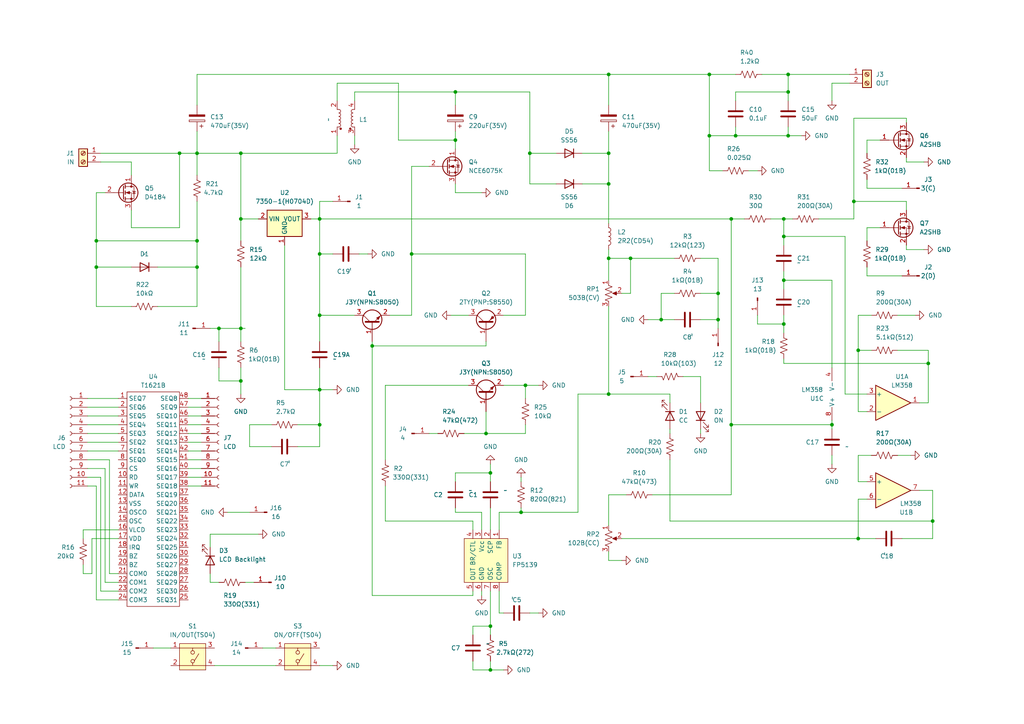
<source format=kicad_sch>
(kicad_sch (version 20230121) (generator eeschema)
  (paper "A4")
  (title_block (title "HW-140"))
  (lib_symbols
    (symbol "Amplifier_Operational:LM358" (pin_names (offset 0.127))
      (property "Reference" "U" (at 0 5.08 0))
      (property "Value" "LM358" (at 0 -5.08 0))
      (symbol "LM358_1_1"
        (pin output line (at 7.62 0 180) (length 2.54) (name "~") (number "1"))
        (pin input line (at -7.62 -2.54 0) (length 2.54) (name "-") (number "2"))
        (pin input line (at -7.62 2.54 0) (length 2.54) (name "+") (number "3"))
      )
      (symbol "LM358_2_1"
        (pin input line (at -7.62 2.54 0) (length 2.54) (name "+") (number "5"))
        (pin input line (at -7.62 -2.54 0) (length 2.54) (name "-") (number "6"))
        (pin output line (at 7.62 0 180) (length 2.54) (name "~") (number "7"))
      )
      (symbol "LM358_3_1"
        (pin power_in line (at -2.54 -7.62 90) (length 3.81) (name "V-") (number "4"))
        (pin power_in line (at -2.54 7.62 270) (length 3.81) (name "V+") (number "8"))
      )
    )
    (symbol "Connector:Conn_01x01_Pin" (pin_names (offset 1.016) hide)
      (property "Reference" "J" (at 0 2.54 0))
      (property "Value" "Conn_01x01_Pin" (at 0 -2.54 0))
      (symbol "Conn_01x01_Pin_1_1"
        (pin passive line (at 5.08 0 180) (length 3.81) (name "Pin_1") (number "1"))
      )
    )
    (symbol "Connector:Conn_01x11_Socket" (pin_names (offset 1.016) hide)
      (property "Reference" "J" (at 0 15.24 0))
      (property "Value" "Conn_01x11_Socket" (at 0 -15.24 0))
      (symbol "Conn_01x11_Socket_1_1"
        (pin passive line (at -5.08 12.7 0) (length 3.81) (name "Pin_1") (number "1"))
        (pin passive line (at -5.08 -10.16 0) (length 3.81) (name "Pin_10") (number "10"))
        (pin passive line (at -5.08 -12.7 0) (length 3.81) (name "Pin_11") (number "11"))
        (pin passive line (at -5.08 10.16 0) (length 3.81) (name "Pin_2") (number "2"))
        (pin passive line (at -5.08 7.62 0) (length 3.81) (name "Pin_3") (number "3"))
        (pin passive line (at -5.08 5.08 0) (length 3.81) (name "Pin_4") (number "4"))
        (pin passive line (at -5.08 2.54 0) (length 3.81) (name "Pin_5") (number "5"))
        (pin passive line (at -5.08 0 0) (length 3.81) (name "Pin_6") (number "6"))
        (pin passive line (at -5.08 -2.54 0) (length 3.81) (name "Pin_7") (number "7"))
        (pin passive line (at -5.08 -5.08 0) (length 3.81) (name "Pin_8") (number "8"))
        (pin passive line (at -5.08 -7.62 0) (length 3.81) (name "Pin_9") (number "9"))
      )
    )
    (symbol "Connector:Screw_Terminal_01x02" (pin_names (offset 1.016) hide)
      (property "Reference" "J" (at 0 2.54 0))
      (property "Value" "Screw_Terminal_01x02" (at 0 -5.08 0))
      (symbol "Screw_Terminal_01x02_1_1"
        (pin passive line (at -5.08 0 0) (length 3.81) (name "Pin_1") (number "1"))
        (pin passive line (at -5.08 -2.54 0) (length 3.81) (name "Pin_2") (number "2"))
      )
    )
    (symbol "Device:C" (pin_numbers hide) (pin_names (offset 0.254))
      (property "Reference" "C" (at 0.635 2.54 0))
      (property "Value" "C" (at 0.635 -2.54 0))
      (symbol "C_1_1"
        (pin passive line (at 0 3.81 270) (length 2.794) (name "~") (number "1"))
        (pin passive line (at 0 -3.81 90) (length 2.794) (name "~") (number "2"))
      )
    )
    (symbol "Device:C_Polarized" (pin_numbers hide) (pin_names (offset 0.254))
      (property "Reference" "C" (at 0.635 2.54 0))
      (property "Value" "C_Polarized" (at 0.635 -2.54 0))
      (symbol "C_Polarized_1_1"
        (pin passive line (at 0 3.81 270) (length 2.794) (name "~") (number "1"))
        (pin passive line (at 0 -3.81 90) (length 2.794) (name "~") (number "2"))
      )
    )
    (symbol "Device:D" (pin_numbers hide) (pin_names (offset 1.016) hide)
      (property "Reference" "D" (at 0 2.54 0))
      (property "Value" "D" (at 0 -2.54 0))
      (symbol "D_1_1"
        (pin passive line (at -3.81 0 0) (length 2.54) (name "K") (number "1"))
        (pin passive line (at 3.81 0 180) (length 2.54) (name "A") (number "2"))
      )
    )
    (symbol "Device:L" (pin_numbers hide) (pin_names (offset 1.016) hide)
      (property "Reference" "L" (at -1.27 0 90))
      (property "Value" "L" (at 1.905 0 90))
      (symbol "L_1_1"
        (pin passive line (at 0 3.81 270) (length 1.27) (name "1") (number "1"))
        (pin passive line (at 0 -3.81 90) (length 1.27) (name "2") (number "2"))
      )
    )
    (symbol "Device:LED" (pin_numbers hide) (pin_names (offset 1.016) hide)
      (property "Reference" "D" (at 0 2.54 0))
      (property "Value" "LED" (at 0 -2.54 0))
      (symbol "LED_1_1"
        (pin passive line (at -3.81 0 0) (length 2.54) (name "K") (number "1"))
        (pin passive line (at 3.81 0 180) (length 2.54) (name "A") (number "2"))
      )
    )
    (symbol "Device:L_Coupled" (pin_names (offset 0.254) hide)
      (property "Reference" "L" (at 0 4.445 0))
      (property "Value" "L_Coupled" (at 0 -4.445 0))
      (symbol "L_Coupled_1_1"
        (pin passive line (at -5.08 2.54 0) (length 2.54) (name "1") (number "1"))
        (pin passive line (at 5.08 2.54 180) (length 2.54) (name "2") (number "2"))
        (pin passive line (at -5.08 -2.54 0) (length 2.54) (name "3") (number "3"))
        (pin passive line (at 5.08 -2.54 180) (length 2.54) (name "4") (number "4"))
      )
    )
    (symbol "Device:Q_NMOS_DGS" (pin_names (offset 0) hide)
      (property "Reference" "Q" (at 5.08 1.27 0))
      (property "Value" "Q_NMOS_DGS" (at 5.08 -1.27 0))
      (symbol "Q_NMOS_DGS_1_1"
        (pin passive line (at 2.54 5.08 270) (length 2.54) (name "D") (number "1"))
        (pin input line (at -5.08 0 0) (length 2.54) (name "G") (number "2"))
        (pin passive line (at 2.54 -5.08 90) (length 2.54) (name "S") (number "3"))
      )
    )
    (symbol "Device:Q_NMOS_GSD" (pin_names (offset 0) hide)
      (property "Reference" "Q" (at 5.08 1.27 0))
      (property "Value" "Q_NMOS_GSD" (at 5.08 -1.27 0))
      (symbol "Q_NMOS_GSD_1_1"
        (pin input line (at -5.08 0 0) (length 2.54) (name "G") (number "1"))
        (pin passive line (at 2.54 -5.08 90) (length 2.54) (name "S") (number "2"))
        (pin passive line (at 2.54 5.08 270) (length 2.54) (name "D") (number "3"))
      )
    )
    (symbol "Device:Q_NPN_BEC" (pin_names (offset 0) hide)
      (property "Reference" "Q" (at 5.08 1.27 0))
      (property "Value" "Q_NPN_BEC" (at 5.08 -1.27 0))
      (symbol "Q_NPN_BEC_1_1"
        (pin input line (at -5.08 0 0) (length 5.715) (name "B") (number "1"))
        (pin passive line (at 2.54 -5.08 90) (length 2.54) (name "E") (number "2"))
        (pin passive line (at 2.54 5.08 270) (length 2.54) (name "C") (number "3"))
      )
    )
    (symbol "Device:Q_PNP_BEC" (pin_names (offset 0) hide)
      (property "Reference" "Q" (at 5.08 1.27 0))
      (property "Value" "Q_PNP_BEC" (at 5.08 -1.27 0))
      (symbol "Q_PNP_BEC_1_1"
        (pin input line (at -5.08 0 0) (length 5.715) (name "B") (number "1"))
        (pin passive line (at 2.54 -5.08 90) (length 2.54) (name "E") (number "2"))
        (pin passive line (at 2.54 5.08 270) (length 2.54) (name "C") (number "3"))
      )
    )
    (symbol "Device:R_Potentiometer_US" (pin_names (offset 1.016) hide)
      (property "Reference" "RV" (at -4.445 0 90))
      (property "Value" "R_Potentiometer_US" (at -2.54 0 90))
      (symbol "R_Potentiometer_US_1_1"
        (pin passive line (at 0 3.81 270) (length 1.27) (name "1") (number "1"))
        (pin passive line (at 3.81 0 180) (length 1.27) (name "2") (number "2"))
        (pin passive line (at 0 -3.81 90) (length 1.27) (name "3") (number "3"))
      )
    )
    (symbol "Device:R_US" (pin_numbers hide) (pin_names (offset 0))
      (property "Reference" "R" (at 2.54 0 90))
      (property "Value" "R_US" (at -2.54 0 90))
      (symbol "R_US_1_1"
        (pin passive line (at 0 3.81 270) (length 1.27) (name "~") (number "1"))
        (pin passive line (at 0 -3.81 90) (length 1.27) (name "~") (number "2"))
      )
    )
    (symbol "Local:FP5139"
      (property "Reference" "U" (at 0 10.16 0))
      (property "Value" "FP5139" (at 0 7.62 0))
      (symbol "FP5139_1_1"
        (pin input line (at -8.89 3.81 0) (length 2.54) (name "FB") (number "1"))
        (pin input line (at -8.89 1.27 0) (length 2.54) (name "SCP") (number "2"))
        (pin passive line (at -8.89 -1.27 0) (length 2.54) (name "Vcc") (number "3"))
        (pin input line (at -8.89 -3.81 0) (length 2.54) (name "BR/CTL") (number "4"))
        (pin output line (at 8.89 -3.81 180) (length 2.54) (name "OUT") (number "5"))
        (pin passive line (at 8.89 -1.27 180) (length 2.54) (name "GND") (number "6"))
        (pin input line (at 8.89 1.27 180) (length 2.54) (name "OSC") (number "7"))
        (pin output line (at 8.89 3.81 180) (length 2.54) (name "COMP") (number "8"))
      )
    )
    (symbol "Local:T1621B"
      (property "Reference" "U" (at 0 36.83 0))
      (property "Value" "T1621B" (at 0 34.29 0))
      (symbol "T1621B_1_1"
        (pin output line (at -10.16 30.48 0) (length 2.54) (name "SEQ7") (number "1"))
        (pin input line (at -10.16 7.62 0) (length 2.54) (name "RD") (number "10"))
        (pin input line (at -10.16 5.08 0) (length 2.54) (name "WR") (number "11"))
        (pin bidirectional line (at -10.16 2.54 0) (length 2.54) (name "DATA") (number "12"))
        (pin input line (at -10.16 0 0) (length 2.54) (name "VSS") (number "13"))
        (pin output line (at -10.16 -2.54 0) (length 2.54) (name "OSCO") (number "14"))
        (pin input line (at -10.16 -5.08 0) (length 2.54) (name "OSC") (number "15"))
        (pin input line (at -10.16 -7.62 0) (length 2.54) (name "VLCD") (number "16"))
        (pin input line (at -10.16 -10.16 0) (length 2.54) (name "VDD") (number "17"))
        (pin output line (at -10.16 -12.7 0) (length 2.54) (name "IRQ") (number "18"))
        (pin output line (at -10.16 -15.24 0) (length 2.54) (name "BZ") (number "19"))
        (pin output line (at -10.16 27.94 0) (length 2.54) (name "SEQ6") (number "2"))
        (pin output line (at -10.16 -17.78 0) (length 2.54) (name "BZ") (number "20"))
        (pin output line (at -10.16 -20.32 0) (length 2.54) (name "COM0") (number "21"))
        (pin output line (at -10.16 -22.86 0) (length 2.54) (name "COM1") (number "22"))
        (pin output line (at -10.16 -25.4 0) (length 2.54) (name "COM2") (number "23"))
        (pin output line (at -10.16 -27.94 0) (length 2.54) (name "COM3") (number "24"))
        (pin output line (at 10.16 -27.94 180) (length 2.54) (name "SEQ31") (number "25"))
        (pin output line (at 10.16 -25.4 180) (length 2.54) (name "SEQ30") (number "26"))
        (pin output line (at 10.16 -22.86 180) (length 2.54) (name "SEQ29") (number "27"))
        (pin output line (at 10.16 -20.32 180) (length 2.54) (name "SEQ28") (number "28"))
        (pin output line (at 10.16 -17.78 180) (length 2.54) (name "SEQ27") (number "29"))
        (pin output line (at -10.16 25.4 0) (length 2.54) (name "SEQ5") (number "3"))
        (pin output line (at 10.16 -15.24 180) (length 2.54) (name "SEQ26") (number "30"))
        (pin output line (at 10.16 -12.7 180) (length 2.54) (name "SEQ25") (number "31"))
        (pin output line (at 10.16 -10.16 180) (length 2.54) (name "SEQ24") (number "32"))
        (pin output line (at 10.16 -7.62 180) (length 2.54) (name "SEQ23") (number "33"))
        (pin output line (at 10.16 -5.08 180) (length 2.54) (name "SEQ22") (number "34"))
        (pin output line (at 10.16 -2.54 180) (length 2.54) (name "SEQ21") (number "35"))
        (pin output line (at 10.16 0 180) (length 2.54) (name "SEQ20") (number "36"))
        (pin output line (at 10.16 2.54 180) (length 2.54) (name "SEQ19") (number "37"))
        (pin output line (at 10.16 5.08 180) (length 2.54) (name "SEQ18") (number "38"))
        (pin output line (at 10.16 7.62 180) (length 2.54) (name "SEQ17") (number "39"))
        (pin output line (at -10.16 22.86 0) (length 2.54) (name "SEQ4") (number "4"))
        (pin output line (at 10.16 10.16 180) (length 2.54) (name "SEQ16") (number "40"))
        (pin output line (at 10.16 12.7 180) (length 2.54) (name "SEQ15") (number "41"))
        (pin output line (at 10.16 15.24 180) (length 2.54) (name "SEQ14") (number "42"))
        (pin output line (at 10.16 17.78 180) (length 2.54) (name "SEQ13") (number "43"))
        (pin output line (at 10.16 20.32 180) (length 2.54) (name "SEQ12") (number "44"))
        (pin output line (at 10.16 22.86 180) (length 2.54) (name "SEQ11") (number "45"))
        (pin output line (at 10.16 25.4 180) (length 2.54) (name "SEQ10") (number "46"))
        (pin output line (at 10.16 27.94 180) (length 2.54) (name "SEQ9") (number "47"))
        (pin output line (at 10.16 30.48 180) (length 2.54) (name "SEQ8") (number "48"))
        (pin output line (at -10.16 20.32 0) (length 2.54) (name "SEQ3") (number "5"))
        (pin output line (at -10.16 17.78 0) (length 2.54) (name "SEQ2") (number "6"))
        (pin output line (at -10.16 15.24 0) (length 2.54) (name "SEQ1") (number "7"))
        (pin output line (at -10.16 12.7 0) (length 2.54) (name "SEQ0") (number "8"))
        (pin input line (at -10.16 10.16 0) (length 2.54) (name "CS") (number "9"))
      )
    )
    (symbol "Local:TS04"
      (property "Reference" "S" (at 0 5.08 0))
      (property "Value" "TS04" (at 0 2.54 0))
      (symbol "TS04_0_0"
        (text "" (at 0 3.81 0) (effects (font (size 1.27 1.27))))
      )
      (symbol "TS04_1_1"
        (pin passive line (at -6.35 0 0) (length 2.54) (name "") (number "1"))
        (pin passive line (at -6.35 -5.08 0) (length 2.54) (name "") (number "2"))
        (pin passive line (at 6.35 0 180) (length 2.54) (name "") (number "3"))
        (pin passive line (at 6.35 -5.08 180) (length 2.54) (name "") (number "4"))
      )
    )
    (symbol "Regulator_Linear:HT75xx-1-SOT89"
      (property "Reference" "U" (at -5.08 -3.81 0))
      (property "Value" "HT75xx-1-SOT89" (at 0 6.35 0))
      (symbol "HT75xx-1-SOT89_1_1"
        (pin power_in line (at 0 -5.08 90) (length 2.54) (name "GND") (number "1"))
        (pin power_in line (at -7.62 2.54 0) (length 2.54) (name "VIN") (number "2"))
        (pin power_out line (at 7.62 2.54 180) (length 2.54) (name "VOUT") (number "3"))
      )
    )
    (symbol "power:GND" (power) (pin_names (offset 0))
      (property "Value" "GND" (at 0 -3.81 0))
      (symbol "GND_1_1"
        (pin power_in line (at 0 0 270) (length 0) hide (name "GND") (number "1"))
      )
    )
  )
  (junction (at 57.15 69.85))
  (junction (at 227.33 68.58))
  (junction (at 191.77 92.71))
  (junction (at 176.53 21.59))
  (junction (at 63.5 95.25))
  (junction (at 119.38 73.66))
  (junction (at 176.53 53.34))
  (junction (at 205.74 39.37))
  (junction (at 213.36 39.37))
  (junction (at 69.85 63.5))
  (junction (at 92.71 113.03))
  (junction (at 132.08 40.64))
  (junction (at 208.28 85.09))
  (junction (at 57.15 44.45))
  (junction (at 227.33 63.5))
  (junction (at 248.92 156.21))
  (junction (at 92.71 123.19))
  (junction (at 142.24 194.31))
  (junction (at 69.85 110.49))
  (junction (at 182.88 74.93))
  (junction (at 57.15 77.47))
  (junction (at 228.6 21.59))
  (junction (at 142.24 181.61))
  (junction (at 69.85 44.45))
  (junction (at 248.92 101.6))
  (junction (at 107.95 100.33))
  (junction (at 270.51 151.13))
  (junction (at 212.09 63.5))
  (junction (at 92.71 91.44))
  (junction (at 27.94 77.47))
  (junction (at 208.28 92.71))
  (junction (at 92.71 63.5))
  (junction (at 247.65 58.42))
  (junction (at 205.74 21.59))
  (junction (at 227.33 81.28))
  (junction (at 152.4 111.76))
  (junction (at 228.6 39.37))
  (junction (at 151.13 148.59))
  (junction (at 142.24 137.16))
  (junction (at 241.3 123.19))
  (junction (at 69.85 95.25))
  (junction (at 176.53 44.45))
  (junction (at 132.08 26.67))
  (junction (at 228.6 26.67))
  (junction (at 227.33 93.98))
  (junction (at 140.97 125.73))
  (junction (at 52.07 44.45))
  (junction (at 212.09 123.19))
  (junction (at 176.53 114.3))
  (junction (at 176.53 74.93))
  (junction (at 153.67 44.45))
  (junction (at 269.24 105.41))
  (junction (at 27.94 69.85))
  (junction (at 92.71 73.66))
  (wire (pts (xy 31.75 133.35) (xy 31.75 166.37)))
  (wire (pts (xy 115.57 40.64) (xy 132.08 40.64)))
  (wire (pts (xy 57.15 69.85) (xy 57.15 58.42)))
  (wire (pts (xy 142.24 191.77) (xy 142.24 194.31)))
  (wire (pts (xy 27.94 69.85) (xy 27.94 77.47)))
  (wire (pts (xy 137.16 172.72) (xy 137.16 171.45)))
  (wire (pts (xy 132.08 26.67) (xy 132.08 30.48)))
  (wire (pts (xy 176.53 162.56) (xy 180.34 162.56)))
  (wire (pts (xy 71.12 95.25) (xy 69.85 95.25)))
  (wire (pts (xy 38.1 66.04) (xy 52.07 66.04)))
  (wire (pts (xy 63.5 99.06) (xy 63.5 95.25)))
  (wire (pts (xy 246.38 24.13) (xy 241.3 24.13)))
  (wire (pts (xy 251.46 77.47) (xy 251.46 80.01)))
  (wire (pts (xy 182.88 74.93) (xy 176.53 74.93)))
  (wire (pts (xy 176.53 38.1) (xy 176.53 44.45)))
  (wire (pts (xy 176.53 114.3) (xy 176.53 88.9)))
  (wire (pts (xy 205.74 21.59) (xy 213.36 21.59)))
  (wire (pts (xy 97.79 24.13) (xy 115.57 24.13)))
  (wire (pts (xy 209.55 49.53) (xy 205.74 49.53)))
  (wire (pts (xy 203.2 125.73) (xy 203.2 124.46)))
  (wire (pts (xy 69.85 63.5) (xy 69.85 44.45)))
  (wire (pts (xy 260.35 132.08) (xy 264.16 132.08)))
  (wire (pts (xy 262.89 72.39) (xy 262.89 71.12)))
  (wire (pts (xy 142.24 137.16) (xy 132.08 137.16)))
  (wire (pts (xy 92.71 58.42) (xy 92.71 63.5)))
  (wire (pts (xy 27.94 77.47) (xy 38.1 77.47)))
  (wire (pts (xy 54.61 123.19) (xy 58.42 123.19)))
  (wire (pts (xy 76.2 187.96) (xy 80.01 187.96)))
  (wire (pts (xy 205.74 39.37) (xy 205.74 21.59)))
  (wire (pts (xy 266.7 116.84) (xy 269.24 116.84)))
  (wire (pts (xy 142.24 139.7) (xy 142.24 137.16)))
  (wire (pts (xy 194.31 151.13) (xy 270.51 151.13)))
  (wire (pts (xy 57.15 69.85) (xy 57.15 77.47)))
  (wire (pts (xy 262.89 34.29) (xy 262.89 35.56)))
  (wire (pts (xy 30.48 135.89) (xy 30.48 168.91)))
  (wire (pts (xy 107.95 172.72) (xy 137.16 172.72)))
  (wire (pts (xy 269.24 101.6) (xy 260.35 101.6)))
  (wire (pts (xy 176.53 143.51) (xy 181.61 143.51)))
  (wire (pts (xy 251.46 66.04) (xy 251.46 69.85)))
  (wire (pts (xy 176.53 72.39) (xy 176.53 74.93)))
  (wire (pts (xy 247.65 34.29) (xy 262.89 34.29)))
  (wire (pts (xy 227.33 63.5) (xy 229.87 63.5)))
  (wire (pts (xy 86.36 123.19) (xy 92.71 123.19)))
  (wire (pts (xy 251.46 119.38) (xy 248.92 119.38)))
  (wire (pts (xy 248.92 139.7) (xy 248.92 132.08)))
  (wire (pts (xy 251.46 52.07) (xy 251.46 54.61)))
  (wire (pts (xy 251.46 54.61) (xy 261.62 54.61)))
  (wire (pts (xy 25.4 140.97) (xy 27.94 140.97)))
  (wire (pts (xy 140.97 119.38) (xy 140.97 125.73)))
  (wire (pts (xy 119.38 73.66) (xy 152.4 73.66)))
  (wire (pts (xy 168.91 53.34) (xy 176.53 53.34)))
  (wire (pts (xy 52.07 66.04) (xy 52.07 44.45)))
  (wire (pts (xy 189.23 143.51) (xy 212.09 143.51)))
  (wire (pts (xy 137.16 191.77) (xy 137.16 194.31)))
  (wire (pts (xy 97.79 39.37) (xy 97.79 44.45)))
  (wire (pts (xy 30.48 55.88) (xy 27.94 55.88)))
  (wire (pts (xy 151.13 148.59) (xy 167.64 148.59)))
  (wire (pts (xy 241.3 123.19) (xy 241.3 124.46)))
  (wire (pts (xy 54.61 128.27) (xy 58.42 128.27)))
  (wire (pts (xy 270.51 142.24) (xy 270.51 151.13)))
  (wire (pts (xy 102.87 29.21) (xy 102.87 26.67)))
  (wire (pts (xy 142.24 171.45) (xy 142.24 181.61)))
  (wire (pts (xy 241.3 24.13) (xy 241.3 29.21)))
  (wire (pts (xy 228.6 21.59) (xy 228.6 26.67)))
  (wire (pts (xy 227.33 63.5) (xy 227.33 68.58)))
  (wire (pts (xy 269.24 105.41) (xy 269.24 116.84)))
  (wire (pts (xy 241.3 132.08) (xy 241.3 134.62)))
  (wire (pts (xy 29.21 44.45) (xy 52.07 44.45)))
  (wire (pts (xy 92.71 123.19) (xy 92.71 113.03)))
  (wire (pts (xy 176.53 152.4) (xy 176.53 143.51)))
  (wire (pts (xy 57.15 21.59) (xy 176.53 21.59)))
  (wire (pts (xy 78.74 123.19) (xy 72.39 123.19)))
  (wire (pts (xy 25.4 118.11) (xy 34.29 118.11)))
  (wire (pts (xy 107.95 100.33) (xy 107.95 172.72)))
  (wire (pts (xy 212.09 63.5) (xy 212.09 123.19)))
  (wire (pts (xy 31.75 166.37) (xy 34.29 166.37)))
  (wire (pts (xy 63.5 95.25) (xy 69.85 95.25)))
  (wire (pts (xy 248.92 132.08) (xy 252.73 132.08)))
  (wire (pts (xy 227.33 105.41) (xy 269.24 105.41)))
  (wire (pts (xy 54.61 120.65) (xy 58.42 120.65)))
  (wire (pts (xy 241.3 121.92) (xy 241.3 123.19)))
  (wire (pts (xy 241.3 81.28) (xy 241.3 106.68)))
  (wire (pts (xy 113.03 91.44) (xy 119.38 91.44)))
  (wire (pts (xy 248.92 101.6) (xy 252.73 101.6)))
  (wire (pts (xy 139.7 148.59) (xy 139.7 153.67)))
  (wire (pts (xy 130.81 91.44) (xy 135.89 91.44)))
  (wire (pts (xy 144.78 177.8) (xy 146.05 177.8)))
  (wire (pts (xy 262.89 45.72) (xy 262.89 46.99)))
  (wire (pts (xy 227.33 93.98) (xy 227.33 96.52)))
  (wire (pts (xy 132.08 148.59) (xy 139.7 148.59)))
  (wire (pts (xy 25.4 128.27) (xy 34.29 128.27)))
  (wire (pts (xy 227.33 81.28) (xy 241.3 81.28)))
  (wire (pts (xy 142.24 147.32) (xy 142.24 153.67)))
  (wire (pts (xy 54.61 118.11) (xy 58.42 118.11)))
  (wire (pts (xy 29.21 46.99) (xy 38.1 46.99)))
  (wire (pts (xy 212.09 63.5) (xy 215.9 63.5)))
  (wire (pts (xy 262.89 72.39) (xy 267.97 72.39)))
  (wire (pts (xy 96.52 58.42) (xy 92.71 58.42)))
  (wire (pts (xy 251.46 114.3) (xy 245.11 114.3)))
  (wire (pts (xy 213.36 36.83) (xy 213.36 39.37)))
  (wire (pts (xy 45.72 77.47) (xy 57.15 77.47)))
  (wire (pts (xy 194.31 114.3) (xy 176.53 114.3)))
  (wire (pts (xy 251.46 144.78) (xy 248.92 144.78)))
  (wire (pts (xy 142.24 181.61) (xy 142.24 184.15)))
  (wire (pts (xy 92.71 73.66) (xy 96.52 73.66)))
  (wire (pts (xy 26.67 156.21) (xy 26.67 166.37)))
  (wire (pts (xy 92.71 193.04) (xy 96.52 193.04)))
  (wire (pts (xy 34.29 123.19) (xy 25.4 123.19)))
  (wire (pts (xy 132.08 55.88) (xy 139.7 55.88)))
  (wire (pts (xy 248.92 91.44) (xy 248.92 101.6)))
  (wire (pts (xy 30.48 168.91) (xy 34.29 168.91)))
  (wire (pts (xy 187.96 92.71) (xy 191.77 92.71)))
  (wire (pts (xy 132.08 53.34) (xy 132.08 55.88)))
  (wire (pts (xy 57.15 77.47) (xy 57.15 88.9)))
  (wire (pts (xy 176.53 44.45) (xy 176.53 53.34)))
  (wire (pts (xy 227.33 91.44) (xy 227.33 93.98)))
  (wire (pts (xy 151.13 138.43) (xy 151.13 139.7)))
  (wire (pts (xy 54.61 125.73) (xy 58.42 125.73)))
  (wire (pts (xy 69.85 95.25) (xy 69.85 99.06)))
  (wire (pts (xy 167.64 114.3) (xy 176.53 114.3)))
  (wire (pts (xy 86.36 129.54) (xy 92.71 129.54)))
  (wire (pts (xy 270.51 156.21) (xy 261.62 156.21)))
  (wire (pts (xy 245.11 68.58) (xy 227.33 68.58)))
  (wire (pts (xy 57.15 30.48) (xy 57.15 21.59)))
  (wire (pts (xy 187.96 109.22) (xy 190.5 109.22)))
  (wire (pts (xy 27.94 55.88) (xy 27.94 69.85)))
  (wire (pts (xy 119.38 73.66) (xy 119.38 91.44)))
  (wire (pts (xy 260.35 91.44) (xy 265.43 91.44)))
  (wire (pts (xy 60.96 95.25) (xy 63.5 95.25)))
  (wire (pts (xy 92.71 63.5) (xy 212.09 63.5)))
  (wire (pts (xy 102.87 39.37) (xy 102.87 41.91)))
  (wire (pts (xy 153.67 177.8) (xy 156.21 177.8)))
  (wire (pts (xy 227.33 68.58) (xy 227.33 71.12)))
  (wire (pts (xy 69.85 63.5) (xy 69.85 69.85)))
  (wire (pts (xy 63.5 106.68) (xy 63.5 110.49)))
  (wire (pts (xy 251.46 139.7) (xy 248.92 139.7)))
  (wire (pts (xy 255.27 40.64) (xy 251.46 40.64)))
  (wire (pts (xy 27.94 140.97) (xy 27.94 173.99)))
  (wire (pts (xy 153.67 26.67) (xy 153.67 44.45)))
  (wire (pts (xy 29.21 171.45) (xy 34.29 171.45)))
  (wire (pts (xy 27.94 69.85) (xy 57.15 69.85)))
  (wire (pts (xy 223.52 63.5) (xy 227.33 63.5)))
  (wire (pts (xy 24.13 153.67) (xy 34.29 153.67)))
  (wire (pts (xy 69.85 77.47) (xy 69.85 95.25)))
  (wire (pts (xy 213.36 39.37) (xy 205.74 39.37)))
  (wire (pts (xy 57.15 38.1) (xy 57.15 44.45)))
  (wire (pts (xy 247.65 58.42) (xy 262.89 58.42)))
  (wire (pts (xy 54.61 133.35) (xy 58.42 133.35)))
  (wire (pts (xy 176.53 160.02) (xy 176.53 162.56)))
  (wire (pts (xy 219.71 93.98) (xy 227.33 93.98)))
  (wire (pts (xy 213.36 39.37) (xy 228.6 39.37)))
  (wire (pts (xy 182.88 74.93) (xy 195.58 74.93)))
  (wire (pts (xy 140.97 99.06) (xy 140.97 100.33)))
  (wire (pts (xy 228.6 26.67) (xy 228.6 29.21)))
  (wire (pts (xy 92.71 99.06) (xy 92.71 91.44)))
  (wire (pts (xy 152.4 111.76) (xy 156.21 111.76)))
  (wire (pts (xy 208.28 74.93) (xy 208.28 85.09)))
  (wire (pts (xy 203.2 109.22) (xy 198.12 109.22)))
  (wire (pts (xy 152.4 111.76) (xy 152.4 115.57)))
  (wire (pts (xy 152.4 73.66) (xy 152.4 91.44)))
  (wire (pts (xy 25.4 130.81) (xy 34.29 130.81)))
  (wire (pts (xy 38.1 88.9) (xy 27.94 88.9)))
  (wire (pts (xy 153.67 53.34) (xy 153.67 44.45)))
  (wire (pts (xy 54.61 130.81) (xy 58.42 130.81)))
  (wire (pts (xy 60.96 166.37) (xy 60.96 168.91)))
  (wire (pts (xy 139.7 171.45) (xy 139.7 172.72)))
  (wire (pts (xy 45.72 88.9) (xy 57.15 88.9)))
  (wire (pts (xy 212.09 123.19) (xy 241.3 123.19)))
  (wire (pts (xy 27.94 77.47) (xy 27.94 88.9)))
  (wire (pts (xy 208.28 85.09) (xy 208.28 92.71)))
  (wire (pts (xy 194.31 133.35) (xy 194.31 151.13)))
  (wire (pts (xy 25.4 125.73) (xy 34.29 125.73)))
  (wire (pts (xy 140.97 125.73) (xy 152.4 125.73)))
  (wire (pts (xy 180.34 156.21) (xy 248.92 156.21)))
  (wire (pts (xy 92.71 63.5) (xy 92.71 73.66)))
  (wire (pts (xy 227.33 81.28) (xy 227.33 83.82)))
  (wire (pts (xy 69.85 106.68) (xy 69.85 110.49)))
  (wire (pts (xy 34.29 156.21) (xy 26.67 156.21)))
  (wire (pts (xy 26.67 166.37) (xy 24.13 166.37)))
  (wire (pts (xy 191.77 85.09) (xy 191.77 92.71)))
  (wire (pts (xy 167.64 148.59) (xy 167.64 114.3)))
  (wire (pts (xy 247.65 63.5) (xy 247.65 58.42)))
  (wire (pts (xy 60.96 154.94) (xy 74.93 154.94)))
  (wire (pts (xy 194.31 124.46) (xy 194.31 125.73)))
  (wire (pts (xy 144.78 148.59) (xy 151.13 148.59)))
  (wire (pts (xy 90.17 63.5) (xy 92.71 63.5)))
  (wire (pts (xy 220.98 21.59) (xy 228.6 21.59)))
  (wire (pts (xy 132.08 40.64) (xy 132.08 43.18)))
  (wire (pts (xy 213.36 29.21) (xy 213.36 26.67)))
  (wire (pts (xy 24.13 166.37) (xy 24.13 163.83)))
  (wire (pts (xy 228.6 39.37) (xy 232.41 39.37)))
  (wire (pts (xy 208.28 85.09) (xy 203.2 85.09)))
  (wire (pts (xy 25.4 133.35) (xy 31.75 133.35)))
  (wire (pts (xy 195.58 85.09) (xy 191.77 85.09)))
  (wire (pts (xy 92.71 91.44) (xy 102.87 91.44)))
  (wire (pts (xy 203.2 109.22) (xy 203.2 116.84)))
  (wire (pts (xy 132.08 147.32) (xy 132.08 148.59)))
  (wire (pts (xy 57.15 50.8) (xy 57.15 44.45)))
  (wire (pts (xy 107.95 99.06) (xy 107.95 100.33)))
  (wire (pts (xy 176.53 30.48) (xy 176.53 21.59)))
  (wire (pts (xy 132.08 40.64) (xy 132.08 38.1)))
  (wire (pts (xy 72.39 129.54) (xy 78.74 129.54)))
  (wire (pts (xy 205.74 49.53) (xy 205.74 39.37)))
  (wire (pts (xy 252.73 91.44) (xy 248.92 91.44)))
  (wire (pts (xy 66.04 148.59) (xy 72.39 148.59)))
  (wire (pts (xy 92.71 106.68) (xy 92.71 113.03)))
  (wire (pts (xy 25.4 115.57) (xy 34.29 115.57)))
  (wire (pts (xy 142.24 134.62) (xy 142.24 137.16)))
  (wire (pts (xy 255.27 66.04) (xy 251.46 66.04)))
  (wire (pts (xy 44.45 187.96) (xy 49.53 187.96)))
  (wire (pts (xy 57.15 44.45) (xy 69.85 44.45)))
  (wire (pts (xy 104.14 73.66) (xy 106.68 73.66)))
  (wire (pts (xy 245.11 114.3) (xy 245.11 68.58)))
  (wire (pts (xy 247.65 34.29) (xy 247.65 58.42)))
  (wire (pts (xy 119.38 48.26) (xy 119.38 73.66)))
  (wire (pts (xy 102.87 26.67) (xy 132.08 26.67)))
  (wire (pts (xy 111.76 140.97) (xy 111.76 151.13)))
  (wire (pts (xy 203.2 92.71) (xy 208.28 92.71)))
  (wire (pts (xy 69.85 44.45) (xy 97.79 44.45)))
  (wire (pts (xy 153.67 44.45) (xy 161.29 44.45)))
  (wire (pts (xy 60.96 158.75) (xy 60.96 154.94)))
  (wire (pts (xy 135.89 111.76) (xy 111.76 111.76)))
  (wire (pts (xy 92.71 129.54) (xy 92.71 123.19)))
  (wire (pts (xy 212.09 123.19) (xy 212.09 143.51)))
  (wire (pts (xy 134.62 125.73) (xy 140.97 125.73)))
  (wire (pts (xy 262.89 46.99) (xy 267.97 46.99)))
  (wire (pts (xy 97.79 29.21) (xy 97.79 24.13)))
  (wire (pts (xy 262.89 60.96) (xy 262.89 58.42)))
  (wire (pts (xy 269.24 101.6) (xy 269.24 105.41)))
  (wire (pts (xy 251.46 40.64) (xy 251.46 44.45)))
  (wire (pts (xy 72.39 123.19) (xy 72.39 129.54)))
  (wire (pts (xy 251.46 80.01) (xy 261.62 80.01)))
  (wire (pts (xy 124.46 125.73) (xy 127 125.73)))
  (wire (pts (xy 219.71 91.44) (xy 219.71 93.98)))
  (wire (pts (xy 92.71 113.03) (xy 96.52 113.03)))
  (wire (pts (xy 132.08 137.16) (xy 132.08 139.7)))
  (wire (pts (xy 144.78 171.45) (xy 144.78 177.8)))
  (wire (pts (xy 137.16 194.31) (xy 142.24 194.31)))
  (wire (pts (xy 153.67 53.34) (xy 161.29 53.34)))
  (wire (pts (xy 38.1 46.99) (xy 38.1 50.8)))
  (wire (pts (xy 60.96 168.91) (xy 63.5 168.91)))
  (wire (pts (xy 228.6 21.59) (xy 246.38 21.59)))
  (wire (pts (xy 137.16 151.13) (xy 137.16 153.67)))
  (wire (pts (xy 182.88 74.93) (xy 182.88 85.09)))
  (wire (pts (xy 82.55 113.03) (xy 92.71 113.03)))
  (wire (pts (xy 180.34 85.09) (xy 182.88 85.09)))
  (wire (pts (xy 146.05 91.44) (xy 152.4 91.44)))
  (wire (pts (xy 191.77 92.71) (xy 195.58 92.71)))
  (wire (pts (xy 137.16 184.15) (xy 137.16 181.61)))
  (wire (pts (xy 248.92 101.6) (xy 248.92 119.38)))
  (wire (pts (xy 111.76 111.76) (xy 111.76 133.35)))
  (wire (pts (xy 92.71 73.66) (xy 92.71 91.44)))
  (wire (pts (xy 227.33 104.14) (xy 227.33 105.41)))
  (wire (pts (xy 62.23 193.04) (xy 80.01 193.04)))
  (wire (pts (xy 168.91 44.45) (xy 176.53 44.45)))
  (wire (pts (xy 248.92 144.78) (xy 248.92 156.21)))
  (wire (pts (xy 228.6 39.37) (xy 228.6 36.83)))
  (wire (pts (xy 237.49 63.5) (xy 247.65 63.5)))
  (wire (pts (xy 63.5 110.49) (xy 69.85 110.49)))
  (wire (pts (xy 54.61 115.57) (xy 58.42 115.57)))
  (wire (pts (xy 115.57 24.13) (xy 115.57 40.64)))
  (wire (pts (xy 208.28 92.71) (xy 208.28 95.25)))
  (wire (pts (xy 142.24 194.31) (xy 146.05 194.31)))
  (wire (pts (xy 203.2 74.93) (xy 208.28 74.93)))
  (wire (pts (xy 151.13 147.32) (xy 151.13 148.59)))
  (wire (pts (xy 270.51 151.13) (xy 270.51 156.21)))
  (wire (pts (xy 52.07 44.45) (xy 57.15 44.45)))
  (wire (pts (xy 144.78 153.67) (xy 144.78 148.59)))
  (wire (pts (xy 27.94 173.99) (xy 34.29 173.99)))
  (wire (pts (xy 54.61 135.89) (xy 58.42 135.89)))
  (wire (pts (xy 194.31 114.3) (xy 194.31 116.84)))
  (wire (pts (xy 54.61 138.43) (xy 58.42 138.43)))
  (wire (pts (xy 176.53 74.93) (xy 176.53 81.28)))
  (wire (pts (xy 124.46 48.26) (xy 119.38 48.26)))
  (wire (pts (xy 74.93 63.5) (xy 69.85 63.5)))
  (wire (pts (xy 29.21 138.43) (xy 29.21 171.45)))
  (wire (pts (xy 111.76 151.13) (xy 137.16 151.13)))
  (wire (pts (xy 137.16 181.61) (xy 142.24 181.61)))
  (wire (pts (xy 54.61 140.97) (xy 58.42 140.97)))
  (wire (pts (xy 71.12 168.91) (xy 73.66 168.91)))
  (wire (pts (xy 176.53 53.34) (xy 176.53 64.77)))
  (wire (pts (xy 25.4 138.43) (xy 29.21 138.43)))
  (wire (pts (xy 25.4 135.89) (xy 30.48 135.89)))
  (wire (pts (xy 69.85 110.49) (xy 69.85 114.3)))
  (wire (pts (xy 132.08 26.67) (xy 153.67 26.67)))
  (wire (pts (xy 24.13 156.21) (xy 24.13 153.67)))
  (wire (pts (xy 176.53 21.59) (xy 205.74 21.59)))
  (wire (pts (xy 248.92 156.21) (xy 254 156.21)))
  (wire (pts (xy 38.1 60.96) (xy 38.1 66.04)))
  (wire (pts (xy 213.36 26.67) (xy 228.6 26.67)))
  (wire (pts (xy 82.55 71.12) (xy 82.55 113.03)))
  (wire (pts (xy 266.7 142.24) (xy 270.51 142.24)))
  (wire (pts (xy 107.95 100.33) (xy 140.97 100.33)))
  (wire (pts (xy 227.33 78.74) (xy 227.33 81.28)))
  (wire (pts (xy 152.4 125.73) (xy 152.4 123.19)))
  (wire (pts (xy 25.4 120.65) (xy 34.29 120.65)))
  (wire (pts (xy 217.17 49.53) (xy 219.71 49.53)))
  (wire (pts (xy 146.05 111.76) (xy 152.4 111.76)))
  (symbol (lib_id "Device:C") (at 92.71 102.87 0) (unit 1)
    (property "Reference" "C19A" (at 96.52 102.87 0) (effects (justify left)))
    (property "Value" "~" (at 96.52 104.14 0) (effects (justify left)))
  )
  (symbol (lib_id "power:GND") (at 96.52 193.04 90) (unit 1)
    (property "Reference" "#PWR03" (effects hide))
    (property "Value" "GND" (at 100.33 193.04 90) (effects (justify right)))
  )
  (symbol (lib_id "power:GND") (at 151.13 138.43 180) (unit 1)
    (property "Reference" "#PWR022" (effects hide))
    (property "Value" "GND" (at 151.13 133.35 0))
  )
  (symbol (lib_id "Device:Q_NMOS_DGS") (at 129.54 48.26 0) (unit 1)
    (property "Reference" "Q4" (at 135.89 46.99 0) (effects (justify left)))
    (property "Value" "NCE6075K" (at 135.89 49.53 0) (effects (justify left)))
  )
  (symbol (lib_id "Connector:Conn_01x01_Pin") (at 266.7 80.01 0) (mirror y) (unit 1)
    (property "Reference" "J2" (at 269.24 77.47 0))
    (property "Value" "2(D)" (at 269.24 80.01 0))
  )
  (symbol (lib_id "Device:Q_NPN_BEC") (at 140.97 114.3 90) (unit 1)
    (property "Reference" "Q3" (at 140.97 105.41 90))
    (property "Value" "J3Y(NPN:S8050)" (at 140.97 107.95 90))
  )
  (symbol (lib_id "Local:FP5139") (at 140.97 162.56 270) (unit 1)
    (property "Reference" "U3" (at 148.59 161.29 90) (effects (justify left)))
    (property "Value" "FP5139" (at 148.59 163.83 90) (effects (justify left)))
  )
  (symbol (lib_id "Device:R_US") (at 130.81 125.73 90) (unit 1)
    (property "Reference" "R24" (at 128.27 119.38 90) (effects (justify right)))
    (property "Value" "47kΩ(472)" (at 128.27 121.92 90) (effects (justify right)))
  )
  (symbol (lib_id "power:GND") (at 66.04 148.59 270) (mirror x) (unit 1)
    (property "Reference" "#PWR026" (effects hide))
    (property "Value" "GND" (at 62.23 148.59 90) (effects (justify right)))
  )
  (symbol (lib_id "Device:R_US") (at 67.31 168.91 90) (unit 1)
    (property "Reference" "R19" (at 64.77 172.72 90) (effects (justify right)))
    (property "Value" "330Ω(331)" (at 64.77 175.26 90) (effects (justify right)))
  )
  (symbol (lib_id "Device:R_US") (at 256.54 101.6 90) (unit 1)
    (property "Reference" "R23" (at 254 95.25 90) (effects (justify right)))
    (property "Value" "5.1kΩ(512)" (at 254 97.79 90) (effects (justify right)))
  )
  (symbol (lib_id "Device:Q_NMOS_GSD") (at 260.35 40.64 0) (unit 1)
    (property "Reference" "Q6" (at 266.7 39.37 0) (effects (justify left)))
    (property "Value" "A2SHB" (at 266.7 41.91 0) (effects (justify left)))
  )
  (symbol (lib_id "power:GND") (at 264.16 132.08 90) (unit 1)
    (property "Reference" "#PWR017" (effects hide))
    (property "Value" "GND" (at 267.97 132.08 90) (effects (justify right)))
  )
  (symbol (lib_id "Device:C") (at 82.55 129.54 90) (mirror x) (unit 1)
    (property "Reference" "C7" (at 83.82 134.62 90) (effects (justify left)))
    (property "Value" "~" (at 83.82 133.35 0) (effects (justify left)))
  )
  (symbol (lib_id "Device:R_US") (at 69.85 102.87 0) (unit 1)
    (property "Reference" "R6" (at 74.93 101.6 0) (effects (justify right)))
    (property "Value" "1kΩ(01B)" (at 81.28 104.14 0) (effects (justify right)))
  )
  (symbol (lib_id "power:GND") (at 130.81 91.44 270) (unit 1)
    (property "Reference" "#PWR05" (effects hide))
    (property "Value" "GND" (at 127 91.44 90) (effects (justify right)))
  )
  (symbol (lib_id "power:GND") (at 106.68 73.66 90) (unit 1)
    (property "Reference" "#PWR011" (effects hide))
    (property "Value" "GND" (at 110.49 73.66 90) (effects (justify right)))
  )
  (symbol (lib_id "Local:TS04") (at 55.88 187.96 0) (unit 1)
    (property "Reference" "S1" (at 55.88 181.61 0))
    (property "Value" "IN/OUT(TS04)" (at 55.88 184.15 0))
  )
  (symbol (lib_id "Device:R_Potentiometer_US") (at 176.53 85.09 0) (unit 1)
    (property "Reference" "RP1" (at 173.99 83.82 0) (effects (justify right)))
    (property "Value" "503B(CV)" (at 173.99 86.36 0) (effects (justify right)))
  )
  (symbol (lib_id "Connector:Conn_01x01_Pin") (at 182.88 109.22 0) (mirror x) (unit 1)
    (property "Reference" "J5" (at 180.34 107.95 0))
    (property "Value" "5" (at 180.34 110.49 0))
  )
  (symbol (lib_id "Device:C") (at 257.81 156.21 270) (unit 1)
    (property "Reference" "C18" (at 255.27 161.29 90) (effects (justify left)))
    (property "Value" "~" (at 256.54 160.02 0) (effects (justify left)))
  )
  (symbol (lib_id "Device:C") (at 100.33 73.66 90) (mirror x) (unit 1)
    (property "Reference" "C19" (at 101.6 78.74 90) (effects (justify left)))
    (property "Value" "~" (at 101.6 77.47 0) (effects (justify left)))
  )
  (symbol (lib_id "Device:C") (at 142.24 143.51 0) (mirror x) (unit 1)
    (property "Reference" "C1" (at 135.89 143.51 0) (effects (justify left)))
    (property "Value" "~" (at 146.05 142.24 0) (effects (justify left)))
  )
  (symbol (lib_id "Device:R_US") (at 251.46 48.26 0) (unit 1)
    (property "Reference" "R32" (at 257.81 46.99 0) (effects (justify right)))
    (property "Value" "1kΩ(01B)" (at 262.89 49.53 0) (effects (justify right)))
  )
  (symbol (lib_id "power:GND") (at 203.2 125.73 0) (unit 1)
    (property "Reference" "#PWR04" (effects hide))
    (property "Value" "GND" (at 203.2 130.81 0))
  )
  (symbol (lib_id "Device:R_US") (at 185.42 143.51 90) (unit 1)
    (property "Reference" "R10" (at 185.42 137.16 90))
    (property "Value" "47kΩ(473)" (at 185.42 139.7 90))
  )
  (symbol (lib_id "Device:Q_NPN_BEC") (at 107.95 93.98 90) (unit 1)
    (property "Reference" "Q1" (at 107.95 85.09 90))
    (property "Value" "J3Y(NPN:S8050)" (at 107.95 87.63 90))
  )
  (symbol (lib_id "power:GND") (at 219.71 49.53 90) (unit 1)
    (property "Reference" "#PWR015" (effects hide))
    (property "Value" "GND" (at 223.52 49.53 90) (effects (justify right)))
  )
  (symbol (lib_id "power:GND") (at 267.97 72.39 90) (unit 1)
    (property "Reference" "#PWR014" (effects hide))
    (property "Value" "GND" (at 271.78 72.39 90) (effects (justify right)))
  )
  (symbol (lib_id "power:GND") (at 265.43 91.44 90) (unit 1)
    (property "Reference" "#PWR012" (effects hide))
    (property "Value" "GND" (at 269.24 91.44 90) (effects (justify right)))
  )
  (symbol (lib_id "Connector:Conn_01x01_Pin") (at 39.37 187.96 0) (mirror x) (unit 1)
    (property "Reference" "J15" (at 36.83 186.69 0))
    (property "Value" "15" (at 36.83 189.23 0))
  )
  (symbol (lib_id "power:GND") (at 96.52 113.03 90) (unit 1)
    (property "Reference" "#PWR08" (effects hide))
    (property "Value" "GND" (at 100.33 113.03 90) (effects (justify right)))
  )
  (symbol (lib_id "power:GND") (at 139.7 55.88 90) (unit 1)
    (property "Reference" "#PWR01" (effects hide))
    (property "Value" "GND" (at 143.51 55.88 90) (effects (justify right)))
  )
  (symbol (lib_id "Device:R_US") (at 82.55 123.19 90) (unit 1)
    (property "Reference" "R5" (at 80.01 116.84 90) (effects (justify right)))
    (property "Value" "2.7kΩ" (at 80.01 119.38 90) (effects (justify right)))
  )
  (symbol (lib_id "Device:C") (at 213.36 33.02 0) (unit 1)
    (property "Reference" "C10" (at 217.17 31.75 0) (effects (justify left)))
    (property "Value" "0.1uF" (at 217.17 34.29 0) (effects (justify left)))
  )
  (symbol (lib_id "power:GND") (at 156.21 177.8 90) (unit 1)
    (property "Reference" "#PWR023" (effects hide))
    (property "Value" "GND" (at 160.02 177.8 90) (effects (justify right)))
  )
  (symbol (lib_id "Connector:Conn_01x11_Socket") (at 63.5 128.27 0) (unit 1)
    (property "Reference" "J7" (at 64.77 127 0) (effects (justify left)))
    (property "Value" "LCD" (at 64.77 129.54 0) (effects (justify left)))
  )
  (symbol (lib_id "Device:LED") (at 203.2 120.65 90) (unit 1)
    (property "Reference" "D2" (at 207.01 119.38 90) (effects (justify right)))
    (property "Value" "ON" (at 207.01 121.92 90) (effects (justify right)))
  )
  (symbol (lib_id "Device:R_US") (at 199.39 74.93 90) (unit 1)
    (property "Reference" "R3" (at 199.39 68.58 90))
    (property "Value" "12kΩ(123)" (at 199.39 71.12 90))
  )
  (symbol (lib_id "Amplifier_Operational:LM358") (at 243.84 114.3 0) (mirror x) (unit 3)
    (property "Reference" "U1" (at 234.95 115.57 0) (effects (justify left)))
    (property "Value" "LM358" (at 232.41 113.03 0) (effects (justify left)))
    (property "Datasheet" "http://www.ti.com/lit/ds/symlink/lm2904-n.pdf" (effects hide))
  )
  (symbol (lib_id "Connector:Conn_01x01_Pin") (at 101.6 58.42 180) (unit 1)
    (property "Reference" "J1" (at 104.14 57.15 0))
    (property "Value" "1" (at 104.14 59.69 0))
  )
  (symbol (lib_id "power:GND") (at 69.85 114.3 0) (unit 1)
    (property "Reference" "#PWR09" (effects hide))
    (property "Value" "GND" (at 69.85 119.38 0))
  )
  (symbol (lib_id "Device:L") (at 176.53 68.58 0) (unit 1)
    (property "Reference" "2R2(CD54)" (at 179.07 69.85 0) (effects (justify left)))
    (property "Value" "L2" (at 179.07 67.31 0) (effects (justify left)))
  )
  (symbol (lib_id "Device:Q_NMOS_GSD") (at 260.35 66.04 0) (unit 1)
    (property "Reference" "Q7" (at 266.7 64.77 0) (effects (justify left)))
    (property "Value" "A2SHB" (at 266.7 67.31 0) (effects (justify left)))
  )
  (symbol (lib_id "Device:Q_PNP_BEC") (at 140.97 93.98 90) (unit 1)
    (property "Reference" "Q2" (at 140.97 85.09 90))
    (property "Value" "2TY(PNP:S8550)" (at 140.97 87.63 90))
  )
  (symbol (lib_id "power:GND") (at 187.96 92.71 270) (unit 1)
    (property "Reference" "#PWR018" (effects hide))
    (property "Value" "GND" (at 184.15 92.71 90) (effects (justify right)))
  )
  (symbol (lib_id "Device:D") (at 165.1 53.34 180) (unit 1)
    (property "Reference" "D6" (at 165.1 59.69 0))
    (property "Value" "SS56" (at 165.1 57.15 0))
    (property "Sim.Device" "D" (effects hide))
    (property "Sim.Pins" "1=K 2=A" (effects hide))
  )
  (symbol (lib_id "Amplifier_Operational:LM358") (at 259.08 142.24 0) (unit 2)
    (property "Reference" "U1" (at 262.89 148.59 0))
    (property "Value" "LM358" (at 264.16 146.05 0))
    (property "Datasheet" "http://www.ti.com/lit/ds/symlink/lm2904-n.pdf" (effects hide))
  )
  (symbol (lib_id "Device:D") (at 41.91 77.47 180) (unit 1)
    (property "Reference" "D1" (at 41.91 73.66 0))
    (property "Value" "~" (at 41.91 73.66 0))
    (property "Sim.Device" "D" (effects hide))
    (property "Sim.Pins" "1=K 2=A" (effects hide))
  )
  (symbol (lib_id "Device:R_US") (at 233.68 63.5 90) (unit 1)
    (property "Reference" "R31" (at 231.14 57.15 90) (effects (justify right)))
    (property "Value" "200Ω(30A)" (at 231.14 59.69 90) (effects (justify right)))
  )
  (symbol (lib_id "power:GND") (at 232.41 39.37 90) (unit 1)
    (property "Reference" "#PWR07" (effects hide))
    (property "Value" "GND" (at 236.22 39.37 90) (effects (justify right)))
  )
  (symbol (lib_id "Connector:Conn_01x01_Pin") (at 266.7 54.61 0) (mirror y) (unit 1)
    (property "Reference" "J3" (at 269.24 52.07 0))
    (property "Value" "3(C)" (at 269.24 54.61 0))
  )
  (symbol (lib_id "Device:R_US") (at 142.24 187.96 0) (unit 1)
    (property "Reference" "R5" (at 147.32 186.69 0) (effects (justify right)))
    (property "Value" "2.7kΩ(272)" (at 154.94 189.23 0) (effects (justify right)))
  )
  (symbol (lib_id "power:GND") (at 74.93 154.94 90) (unit 1)
    (property "Reference" "#PWR02" (effects hide))
    (property "Value" "GND" (at 78.74 154.94 90) (effects (justify right)))
  )
  (symbol (lib_id "Device:C_Polarized") (at 57.15 34.29 180) (unit 1)
    (property "Reference" "C13" (at 60.96 33.909 0) (effects (justify right)))
    (property "Value" "470uF(35V)" (at 60.96 36.449 0) (effects (justify right)))
  )
  (symbol (lib_id "power:GND") (at 267.97 46.99 90) (unit 1)
    (property "Reference" "#PWR013" (effects hide))
    (property "Value" "GND" (at 271.78 46.99 90) (effects (justify right)))
  )
  (symbol (lib_id "power:GND") (at 146.05 194.31 90) (unit 1)
    (property "Reference" "#PWR024" (effects hide))
    (property "Value" "GND" (at 149.86 194.31 90) (effects (justify right)))
  )
  (symbol (lib_id "Device:R_US") (at 199.39 85.09 90) (unit 1)
    (property "Reference" "R4" (at 199.39 78.74 90))
    (property "Value" "1kΩ(01B)" (at 199.39 81.28 90))
  )
  (symbol (lib_id "Device:R_US") (at 194.31 109.22 90) (mirror x) (unit 1)
    (property "Reference" "R28" (at 194.31 102.87 90))
    (property "Value" "10kΩ(103)" (at 196.85 105.41 90))
  )
  (symbol (lib_id "power:GND") (at 180.34 162.56 90) (unit 1)
    (property "Reference" "#PWR020" (effects hide))
    (property "Value" "GND" (at 184.15 162.56 90) (effects (justify right)))
  )
  (symbol (lib_id "Device:R_US") (at 251.46 73.66 0) (unit 1)
    (property "Reference" "R29" (at 257.81 72.39 0) (effects (justify right)))
    (property "Value" "1kΩ(01B)" (at 262.89 74.93 0) (effects (justify right)))
  )
  (symbol (lib_id "Device:C") (at 132.08 143.51 0) (mirror x) (unit 1)
    (property "Reference" "C2" (at 125.73 143.51 0) (effects (justify left)))
    (property "Value" "~" (at 135.89 142.24 0) (effects (justify left)))
  )
  (symbol (lib_id "Device:R_US") (at 213.36 49.53 90) (unit 1)
    (property "Reference" "R26" (at 210.82 43.18 90) (effects (justify right)))
    (property "Value" "0.025Ω" (at 210.82 45.72 90) (effects (justify right)))
  )
  (symbol (lib_id "Connector:Conn_01x01_Pin") (at 55.88 95.25 0) (mirror x) (unit 1)
    (property "Reference" "J11" (at 53.34 93.98 0))
    (property "Value" "11" (at 53.34 96.52 0))
  )
  (symbol (lib_id "Device:C") (at 228.6 33.02 0) (unit 1)
    (property "Reference" "C15" (at 232.41 31.75 0) (effects (justify left)))
    (property "Value" "50uF" (at 232.41 34.29 0) (effects (justify left)))
  )
  (symbol (lib_id "Device:C") (at 241.3 128.27 0) (unit 1)
    (property "Reference" "C17" (at 233.68 128.27 0) (effects (justify left)))
    (property "Value" "~" (at 245.11 129.54 0) (effects (justify left)))
  )
  (symbol (lib_id "Device:R_US") (at 194.31 129.54 180) (unit 1)
    (property "Reference" "R20" (at 187.96 128.27 0) (effects (justify right)))
    (property "Value" "200Ω(30A)" (at 181.61 130.81 0) (effects (justify right)))
  )
  (symbol (lib_id "Device:R_US") (at 152.4 119.38 0) (unit 1)
    (property "Reference" "R25" (at 158.75 118.11 0) (effects (justify right)))
    (property "Value" "10kΩ" (at 160.02 120.65 0) (effects (justify right)))
  )
  (symbol (lib_id "power:GND") (at 156.21 111.76 90) (unit 1)
    (property "Reference" "#PWR010" (effects hide))
    (property "Value" "GND" (at 160.02 111.76 90) (effects (justify right)))
  )
  (symbol (lib_id "Connector:Conn_01x01_Pin") (at 78.74 168.91 180) (unit 1)
    (property "Reference" "J10" (at 81.28 167.64 0))
    (property "Value" "10" (at 81.28 170.18 0))
  )
  (symbol (lib_id "Device:LED") (at 60.96 162.56 270) (unit 1)
    (property "Reference" "D3" (at 63.5 159.7025 90) (effects (justify left)))
    (property "Value" "LCD Backlight" (at 63.5 162.2425 90) (effects (justify left)))
  )
  (symbol (lib_id "Device:R_US") (at 41.91 88.9 90) (unit 1)
    (property "Reference" "R22" (at 39.37 82.55 90) (effects (justify right)))
    (property "Value" "10kΩ" (at 39.37 85.09 90) (effects (justify right)))
  )
  (symbol (lib_id "Local:T1621B") (at 44.45 146.05 0) (unit 1)
    (property "Reference" "U4" (at 44.45 109.22 0))
    (property "Value" "T1621B" (at 44.45 111.76 0))
  )
  (symbol (lib_id "Device:R_US") (at 256.54 91.44 90) (unit 1)
    (property "Reference" "R9" (at 254 85.09 90) (effects (justify right)))
    (property "Value" "200Ω(30A)" (at 254 87.63 90) (effects (justify right)))
  )
  (symbol (lib_id "Device:R_US") (at 69.85 73.66 0) (unit 1)
    (property "Reference" "R15" (at 76.2 72.39 0) (effects (justify right)))
    (property "Value" "12kΩ" (at 77.47 74.93 0) (effects (justify right)))
  )
  (symbol (lib_id "Device:Q_NMOS_DGS") (at 35.56 55.88 0) (unit 1)
    (property "Reference" "Q5" (at 41.91 54.61 0) (effects (justify left)))
    (property "Value" "D4184" (at 41.91 57.15 0) (effects (justify left)))
  )
  (symbol (lib_id "Connector:Screw_Terminal_01x02") (at 24.13 44.45 0) (mirror y) (unit 1)
    (property "Reference" "J1" (at 21.59 44.45 0) (effects (justify left)))
    (property "Value" "IN" (at 21.59 46.99 0) (effects (justify left)))
  )
  (symbol (lib_id "Device:C") (at 227.33 74.93 0) (unit 1)
    (property "Reference" "C21" (at 231.14 74.93 0) (effects (justify left)))
    (property "Value" "~" (at 231.14 76.2 0) (effects (justify left)))
  )
  (symbol (lib_id "Device:R_US") (at 57.15 54.61 0) (unit 1)
    (property "Reference" "R21" (at 63.5 53.34 0) (effects (justify right)))
    (property "Value" "4.7kΩ" (at 64.77 55.88 0) (effects (justify right)))
  )
  (symbol (lib_id "Regulator_Linear:HT75xx-1-SOT89") (at 82.55 66.04 0) (unit 1)
    (property "Reference" "U2" (at 82.55 55.88 0))
    (property "Value" "7350-1(H0704D)" (at 82.55 58.42 0))
    (property "Footprint" "Package_TO_SOT_SMD:SOT-89-3" (effects hide))
    (property "Datasheet" "https://www.holtek.com/documents/10179/116711/HT75xx-1v250.pdf" (effects hide))
  )
  (symbol (lib_id "Device:R_US") (at 227.33 100.33 0) (unit 1)
    (property "Reference" "R18" (at 224.79 99.06 0) (effects (justify right)))
    (property "Value" "1kΩ(01B)" (at 215.9 101.6 0) (effects (justify left)))
  )
  (symbol (lib_id "Device:R_Potentiometer_US") (at 176.53 156.21 0) (unit 1)
    (property "Reference" "RP2" (at 173.99 154.94 0) (effects (justify right)))
    (property "Value" "102B(CC)" (at 173.99 157.48 0) (effects (justify right)))
  )
  (symbol (lib_id "Local:TS04") (at 86.36 187.96 0) (unit 1)
    (property "Reference" "S3" (at 86.36 181.61 0))
    (property "Value" "ON/OFF(TS04)" (at 86.36 184.15 0))
  )
  (symbol (lib_id "Device:R_US") (at 217.17 21.59 90) (unit 1)
    (property "Reference" "R40" (at 214.63 15.24 90) (effects (justify right)))
    (property "Value" "1.2kΩ" (at 214.63 17.78 90) (effects (justify right)))
  )
  (symbol (lib_id "Device:R_US") (at 219.71 63.5 90) (unit 1)
    (property "Reference" "R30" (at 217.17 57.15 90) (effects (justify right)))
    (property "Value" "30Ω" (at 217.17 59.69 90) (effects (justify right)))
  )
  (symbol (lib_id "Connector:Conn_01x01_Pin") (at 71.12 187.96 0) (mirror x) (unit 1)
    (property "Reference" "J14" (at 68.58 186.69 0))
    (property "Value" "14" (at 68.58 189.23 0))
  )
  (symbol (lib_id "Connector:Screw_Terminal_01x02") (at 251.46 21.59 0) (unit 1)
    (property "Reference" "J3" (at 254 21.59 0) (effects (justify left)))
    (property "Value" "OUT" (at 254 24.13 0) (effects (justify left)))
  )
  (symbol (lib_id "Device:C") (at 199.39 92.71 90) (mirror x) (unit 1)
    (property "Reference" "C8" (at 200.66 97.79 90) (effects (justify left)))
    (property "Value" "~" (at 200.66 96.52 0) (effects (justify left)))
  )
  (symbol (lib_id "Device:R_US") (at 24.13 160.02 180) (unit 1)
    (property "Reference" "R16" (at 17.78 158.75 0) (effects (justify right)))
    (property "Value" "20kΩ" (at 16.51 161.29 0) (effects (justify right)))
  )
  (symbol (lib_id "Device:C") (at 227.33 87.63 0) (unit 1)
    (property "Reference" "C20" (at 231.14 87.63 0) (effects (justify left)))
    (property "Value" "~" (at 231.14 88.9 0) (effects (justify left)))
  )
  (symbol (lib_id "power:GND") (at 241.3 29.21 0) (unit 1)
    (property "Reference" "#PWR016" (effects hide))
    (property "Value" "GND" (at 241.3 34.29 0))
  )
  (symbol (lib_id "Connector:Conn_01x01_Pin") (at 119.38 125.73 0) (mirror x) (unit 1)
    (property "Reference" "J4" (at 116.84 124.46 0))
    (property "Value" "4" (at 116.84 127 0))
  )
  (symbol (lib_id "power:GND") (at 142.24 134.62 180) (unit 1)
    (property "Reference" "#PWR021" (effects hide))
    (property "Value" "GND" (at 142.24 129.54 0))
  )
  (symbol (lib_id "Connector:Conn_01x01_Pin") (at 77.47 148.59 180) (unit 1)
    (property "Reference" "J16" (at 80.01 147.32 0))
    (property "Value" "16" (at 80.01 149.86 0))
  )
  (symbol (lib_id "Device:C") (at 149.86 177.8 270) (mirror x) (unit 1)
    (property "Reference" "C5" (at 148.59 173.99 90) (effects (justify left)))
    (property "Value" "~" (at 148.59 173.99 0) (effects (justify left)))
  )
  (symbol (lib_id "power:GND") (at 241.3 134.62 0) (unit 1)
    (property "Reference" "#PWR019" (effects hide))
    (property "Value" "GND" (at 241.3 139.7 0))
  )
  (symbol (lib_id "Device:R_US") (at 111.76 137.16 0) (unit 1)
    (property "Reference" "R2" (at 116.84 135.89 0) (effects (justify right)))
    (property "Value" "330Ω(331)" (at 124.46 138.43 0) (effects (justify right)))
  )
  (symbol (lib_id "power:GND") (at 139.7 172.72 0) (unit 1)
    (property "Reference" "#PWR025" (effects hide))
    (property "Value" "GND" (at 139.7 177.8 0))
  )
  (symbol (lib_id "Device:C") (at 63.5 102.87 0) (mirror y) (unit 1)
    (property "Reference" "C16" (at 59.69 102.87 0) (effects (justify left)))
    (property "Value" "~" (at 59.69 104.14 0) (effects (justify left)))
  )
  (symbol (lib_id "Device:R_US") (at 256.54 132.08 90) (unit 1)
    (property "Reference" "R17" (at 254 125.73 90) (effects (justify right)))
    (property "Value" "200Ω(30A)" (at 254 128.27 90) (effects (justify right)))
  )
  (symbol (lib_id "Connector:Conn_01x01_Pin") (at 208.28 100.33 270) (mirror x) (unit 1)
    (property "Reference" "J12" (at 208.28 102.87 90))
    (property "Value" "12" (at 208.28 105.41 90))
  )
  (symbol (lib_id "Connector:Conn_01x11_Socket") (at 20.32 128.27 0) (mirror y) (unit 1)
    (property "Reference" "J6" (at 19.05 127 0) (effects (justify left)))
    (property "Value" "LCD" (at 19.05 129.54 0) (effects (justify left)))
  )
  (symbol (lib_id "Amplifier_Operational:LM358") (at 259.08 116.84 0) (unit 1)
    (property "Reference" "U1" (at 261.62 109.22 0))
    (property "Value" "LM358" (at 261.62 111.76 0))
    (property "Datasheet" "http://www.ti.com/lit/ds/symlink/lm2904-n.pdf" (effects hide))
  )
  (symbol (lib_id "Connector:Conn_01x01_Pin") (at 219.71 86.36 270) (unit 1)
    (property "Reference" "J13" (at 219.71 81.28 90))
    (property "Value" "13" (at 219.71 83.82 90))
  )
  (symbol (lib_id "Device:D") (at 165.1 44.45 180) (unit 1)
    (property "Reference" "D5" (at 165.1 38.1 0))
    (property "Value" "SS56" (at 165.1 40.64 0))
    (property "Sim.Device" "D" (effects hide))
    (property "Sim.Pins" "1=K 2=A" (effects hide))
  )
  (symbol (lib_id "Device:R_US") (at 151.13 143.51 180) (unit 1)
    (property "Reference" "R12" (at 153.67 142.24 0) (effects (justify right)))
    (property "Value" "820Ω(821)" (at 153.67 144.78 0) (effects (justify right)))
  )
  (symbol (lib_id "Device:C") (at 137.16 187.96 0) (mirror x) (unit 1)
    (property "Reference" "C7" (at 130.81 187.96 0) (effects (justify left)))
    (property "Value" "~" (at 140.97 186.69 0) (effects (justify left)))
  )
  (symbol (lib_id "Device:L_Coupled") (at 100.33 34.29 90) (unit 1)
    (property "Reference" "L1" (at 104.14 34.671 90) (effects (justify right)))
    (property "Value" "~" (at 95.25 34.671 0))
  )
  (symbol (lib_id "Device:LED") (at 194.31 120.65 270) (unit 1)
    (property "Reference" "D1" (at 196.85 119.38 90) (effects (justify left)))
    (property "Value" "CC" (at 196.85 121.92 90) (effects (justify left)))
  )
  (symbol (lib_id "Device:C_Polarized") (at 132.08 34.29 180) (unit 1)
    (property "Reference" "C9" (at 135.89 33.909 0) (effects (justify right)))
    (property "Value" "220uF(35V)" (at 135.89 36.449 0) (effects (justify right)))
  )
  (symbol (lib_id "Device:C_Polarized") (at 176.53 34.29 180) (unit 1)
    (property "Reference" "C11" (at 180.34 33.909 0) (effects (justify right)))
    (property "Value" "470uF(35V)" (at 180.34 36.449 0) (effects (justify right)))
  )
  (symbol (lib_id "power:GND") (at 102.87 41.91 0) (unit 1)
    (property "Reference" "#PWR06" (effects hide))
    (property "Value" "GND" (at 102.87 46.99 0))
  )
)
</source>
